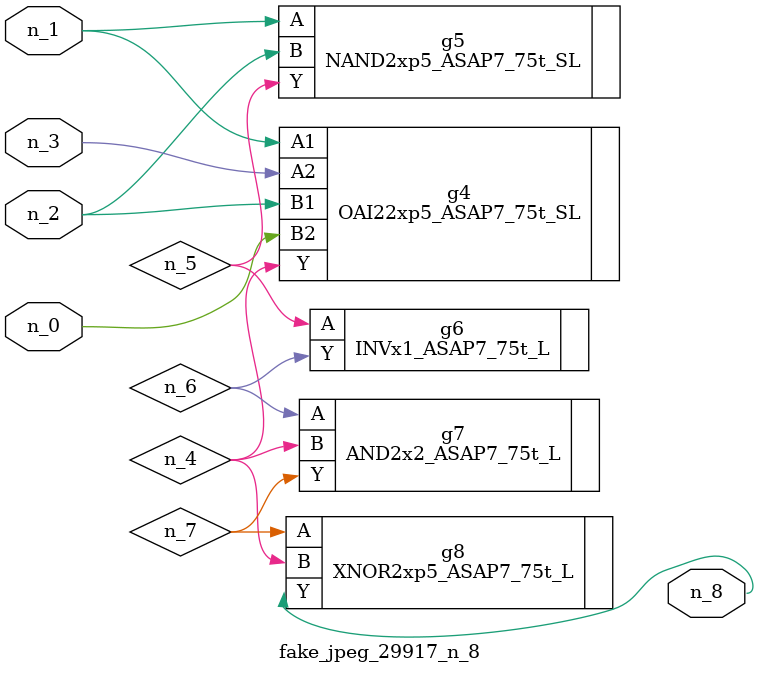
<source format=v>
module fake_jpeg_29917_n_8 (n_0, n_3, n_2, n_1, n_8);

input n_0;
input n_3;
input n_2;
input n_1;

output n_8;

wire n_4;
wire n_6;
wire n_5;
wire n_7;

OAI22xp5_ASAP7_75t_SL g4 ( 
.A1(n_1),
.A2(n_3),
.B1(n_2),
.B2(n_0),
.Y(n_4)
);

NAND2xp5_ASAP7_75t_SL g5 ( 
.A(n_1),
.B(n_2),
.Y(n_5)
);

INVx1_ASAP7_75t_L g6 ( 
.A(n_5),
.Y(n_6)
);

AND2x2_ASAP7_75t_L g7 ( 
.A(n_6),
.B(n_4),
.Y(n_7)
);

XNOR2xp5_ASAP7_75t_L g8 ( 
.A(n_7),
.B(n_4),
.Y(n_8)
);


endmodule
</source>
